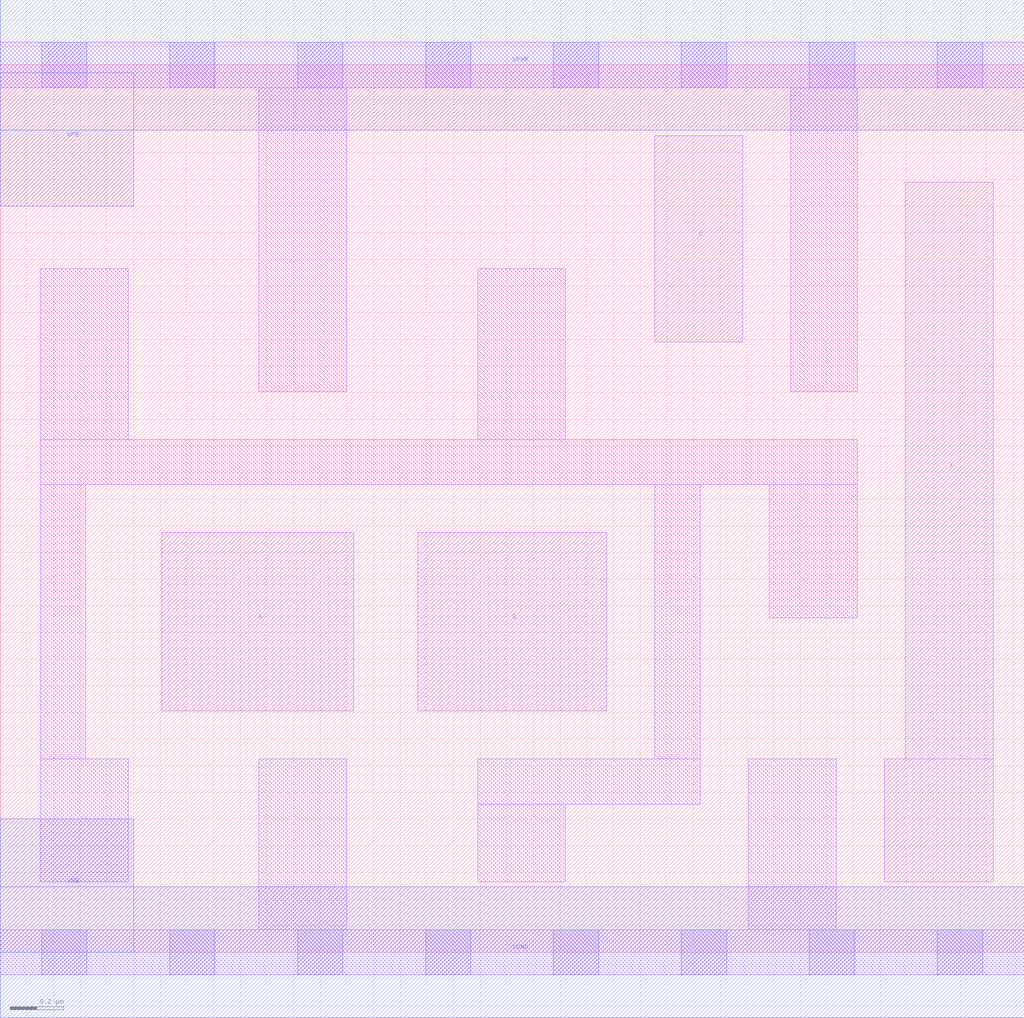
<source format=lef>
# Copyright 2020 The SkyWater PDK Authors
#
# Licensed under the Apache License, Version 2.0 (the "License");
# you may not use this file except in compliance with the License.
# You may obtain a copy of the License at
#
#     https://www.apache.org/licenses/LICENSE-2.0
#
# Unless required by applicable law or agreed to in writing, software
# distributed under the License is distributed on an "AS IS" BASIS,
# WITHOUT WARRANTIES OR CONDITIONS OF ANY KIND, either express or implied.
# See the License for the specific language governing permissions and
# limitations under the License.
#
# SPDX-License-Identifier: Apache-2.0

VERSION 5.5 ;
NAMESCASESENSITIVE ON ;
BUSBITCHARS "[]" ;
DIVIDERCHAR "/" ;
MACRO sky130_fd_sc_lp__maj3_m
  CLASS CORE ;
  SOURCE USER ;
  ORIGIN  0.000000  0.000000 ;
  SIZE  3.840000 BY  3.330000 ;
  SYMMETRY X Y R90 ;
  SITE unit ;
  PIN A
    ANTENNAGATEAREA  0.252000 ;
    DIRECTION INPUT ;
    USE SIGNAL ;
    PORT
      LAYER li1 ;
        RECT 0.605000 0.905000 1.325000 1.575000 ;
    END
  END A
  PIN B
    ANTENNAGATEAREA  0.252000 ;
    DIRECTION INPUT ;
    USE SIGNAL ;
    PORT
      LAYER li1 ;
        RECT 1.565000 0.905000 2.275000 1.575000 ;
    END
  END B
  PIN C
    ANTENNAGATEAREA  0.252000 ;
    DIRECTION INPUT ;
    USE SIGNAL ;
    PORT
      LAYER li1 ;
        RECT 2.455000 2.290000 2.785000 3.065000 ;
    END
  END C
  PIN X
    ANTENNADIFFAREA  0.239400 ;
    DIRECTION OUTPUT ;
    USE SIGNAL ;
    PORT
      LAYER li1 ;
        RECT 3.315000 0.265000 3.725000 0.725000 ;
        RECT 3.395000 0.725000 3.725000 2.890000 ;
    END
  END X
  PIN VGND
    DIRECTION INOUT ;
    USE GROUND ;
    PORT
      LAYER met1 ;
        RECT 0.000000 -0.245000 3.840000 0.245000 ;
    END
  END VGND
  PIN VNB
    DIRECTION INOUT ;
    USE GROUND ;
    PORT
    END
  END VNB
  PIN VPB
    DIRECTION INOUT ;
    USE POWER ;
    PORT
    END
  END VPB
  PIN VNB
    DIRECTION INOUT ;
    USE GROUND ;
    PORT
      LAYER met1 ;
        RECT 0.000000 0.000000 0.500000 0.500000 ;
    END
  END VNB
  PIN VPB
    DIRECTION INOUT ;
    USE POWER ;
    PORT
      LAYER met1 ;
        RECT 0.000000 2.800000 0.500000 3.300000 ;
    END
  END VPB
  PIN VPWR
    DIRECTION INOUT ;
    USE POWER ;
    PORT
      LAYER met1 ;
        RECT 0.000000 3.085000 3.840000 3.575000 ;
    END
  END VPWR
  OBS
    LAYER li1 ;
      RECT 0.000000 -0.085000 3.840000 0.085000 ;
      RECT 0.000000  3.245000 3.840000 3.415000 ;
      RECT 0.150000  0.265000 0.480000 0.725000 ;
      RECT 0.150000  0.725000 0.320000 1.755000 ;
      RECT 0.150000  1.755000 3.215000 1.925000 ;
      RECT 0.150000  1.925000 0.480000 2.565000 ;
      RECT 0.970000  0.085000 1.300000 0.725000 ;
      RECT 0.970000  2.105000 1.300000 3.245000 ;
      RECT 1.790000  0.265000 2.120000 0.555000 ;
      RECT 1.790000  0.555000 2.625000 0.725000 ;
      RECT 1.790000  1.925000 2.120000 2.565000 ;
      RECT 2.455000  0.725000 2.625000 1.755000 ;
      RECT 2.805000  0.085000 3.135000 0.725000 ;
      RECT 2.885000  1.255000 3.215000 1.755000 ;
      RECT 2.965000  2.105000 3.215000 3.245000 ;
    LAYER mcon ;
      RECT 0.155000 -0.085000 0.325000 0.085000 ;
      RECT 0.155000  3.245000 0.325000 3.415000 ;
      RECT 0.635000 -0.085000 0.805000 0.085000 ;
      RECT 0.635000  3.245000 0.805000 3.415000 ;
      RECT 1.115000 -0.085000 1.285000 0.085000 ;
      RECT 1.115000  3.245000 1.285000 3.415000 ;
      RECT 1.595000 -0.085000 1.765000 0.085000 ;
      RECT 1.595000  3.245000 1.765000 3.415000 ;
      RECT 2.075000 -0.085000 2.245000 0.085000 ;
      RECT 2.075000  3.245000 2.245000 3.415000 ;
      RECT 2.555000 -0.085000 2.725000 0.085000 ;
      RECT 2.555000  3.245000 2.725000 3.415000 ;
      RECT 3.035000 -0.085000 3.205000 0.085000 ;
      RECT 3.035000  3.245000 3.205000 3.415000 ;
      RECT 3.515000 -0.085000 3.685000 0.085000 ;
      RECT 3.515000  3.245000 3.685000 3.415000 ;
  END
END sky130_fd_sc_lp__maj3_m
END LIBRARY

</source>
